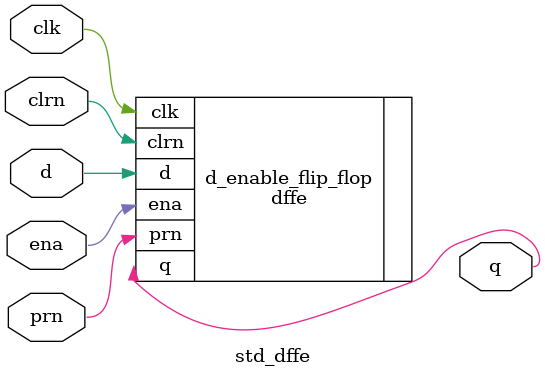
<source format=sv>
module std_dffe
(
	input d,
	input clk,
	input clrn,
	input prn,
	input ena,
	output logic q
);

`ifdef NO_PRIMITIVES

	// Register signals have a set priority.
	// The HDL design should reflect this priority.
	always_ff @(negedge clrn, negedge prn, posedge clk) begin : d_enable_flip_flop
		if (~clrn) begin
			q <= 1'b0;
		end else if (~prn) begin
			q <= 1'b1;
		end else if (ena) begin
			q <= d;
		end
	end : d_enable_flip_flop
	
`else
	
	dffe d_enable_flip_flop (.d(d), .clk(clk), .clrn(clrn), .prn(prn), .ena(ena), .q(q));
	
`endif

endmodule: std_dffe
</source>
